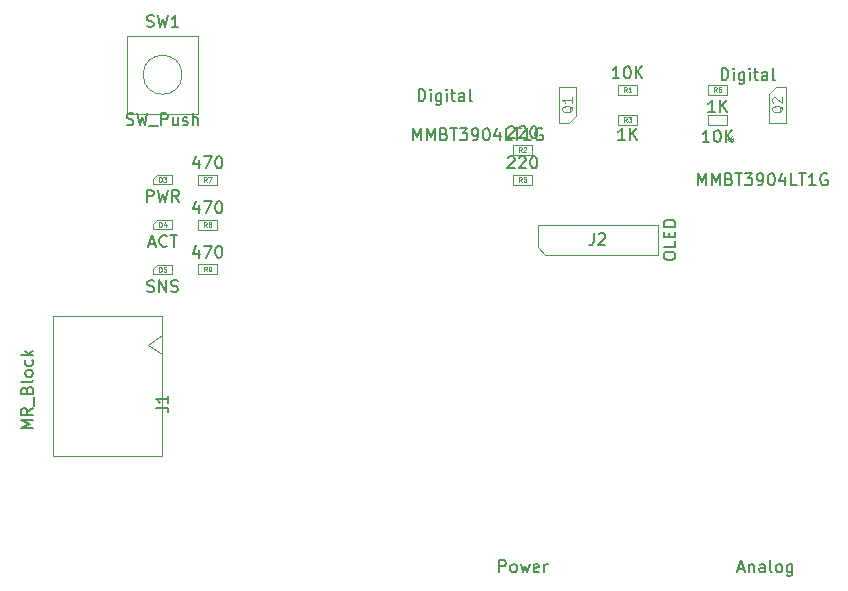
<source format=gbr>
%TF.GenerationSoftware,KiCad,Pcbnew,(5.1.10)-1*%
%TF.CreationDate,2021-10-27T21:18:11-05:00*%
%TF.ProjectId,KVLShield,4b564c53-6869-4656-9c64-2e6b69636164,1.0*%
%TF.SameCoordinates,Original*%
%TF.FileFunction,Other,Fab,Top*%
%FSLAX46Y46*%
G04 Gerber Fmt 4.6, Leading zero omitted, Abs format (unit mm)*
G04 Created by KiCad (PCBNEW (5.1.10)-1) date 2021-10-27 21:18:11*
%MOMM*%
%LPD*%
G01*
G04 APERTURE LIST*
%ADD10C,0.100000*%
%ADD11C,0.150000*%
%ADD12C,0.060000*%
%ADD13C,0.120000*%
G04 APERTURE END LIST*
D10*
%TO.C,SW1*%
X118998000Y-78105000D02*
G75*
G03*
X118998000Y-78105000I-1650000J0D01*
G01*
X114348000Y-74805000D02*
X120348000Y-74805000D01*
X120348000Y-74805000D02*
X120348000Y-81405000D01*
X120348000Y-81405000D02*
X114348000Y-81405000D01*
X114348000Y-81405000D02*
X114348000Y-74805000D01*
%TO.C,R9*%
X121958000Y-94162500D02*
X121958000Y-94987500D01*
X121958000Y-94987500D02*
X120358000Y-94987500D01*
X120358000Y-94987500D02*
X120358000Y-94162500D01*
X120358000Y-94162500D02*
X121958000Y-94162500D01*
%TO.C,D5*%
X118148000Y-94215000D02*
X116848000Y-94215000D01*
X116848000Y-94215000D02*
X116548000Y-94515000D01*
X116548000Y-94515000D02*
X116548000Y-95015000D01*
X116548000Y-95015000D02*
X118148000Y-95015000D01*
X118148000Y-95015000D02*
X118148000Y-94215000D01*
%TO.C,D4*%
X118148000Y-90405000D02*
X116848000Y-90405000D01*
X116848000Y-90405000D02*
X116548000Y-90705000D01*
X116548000Y-90705000D02*
X116548000Y-91205000D01*
X116548000Y-91205000D02*
X118148000Y-91205000D01*
X118148000Y-91205000D02*
X118148000Y-90405000D01*
%TO.C,D3*%
X118148000Y-86595000D02*
X116848000Y-86595000D01*
X116848000Y-86595000D02*
X116548000Y-86895000D01*
X116548000Y-86895000D02*
X116548000Y-87395000D01*
X116548000Y-87395000D02*
X118148000Y-87395000D01*
X118148000Y-87395000D02*
X118148000Y-86595000D01*
%TO.C,J1*%
X117278000Y-98515000D02*
X108078000Y-98515000D01*
X108078000Y-98515000D02*
X108078000Y-110415000D01*
X108078000Y-110415000D02*
X117278000Y-110415000D01*
X117278000Y-110415000D02*
X117278000Y-98515000D01*
X117278000Y-101765000D02*
X116078000Y-100965000D01*
X116078000Y-100965000D02*
X117278000Y-100165000D01*
%TO.C,J2*%
X149098000Y-92710000D02*
X149098000Y-90805000D01*
X149098000Y-90805000D02*
X159258000Y-90805000D01*
X159258000Y-90805000D02*
X159258000Y-93345000D01*
X159258000Y-93345000D02*
X149733000Y-93345000D01*
X149733000Y-93345000D02*
X149098000Y-92710000D01*
%TO.C,Q2*%
X168718000Y-79695000D02*
X168718000Y-82145000D01*
X169268000Y-79125000D02*
X170118000Y-79125000D01*
X168718000Y-79695000D02*
X169268000Y-79125000D01*
X170118000Y-79125000D02*
X170118000Y-82165000D01*
X168718000Y-82165000D02*
X170118000Y-82165000D01*
%TO.C,Q1*%
X152338000Y-81595000D02*
X152338000Y-79145000D01*
X151788000Y-82165000D02*
X150938000Y-82165000D01*
X152338000Y-81595000D02*
X151788000Y-82165000D01*
X150938000Y-82165000D02*
X150938000Y-79125000D01*
X152338000Y-79125000D02*
X150938000Y-79125000D01*
%TO.C,R8*%
X121958000Y-90392500D02*
X121958000Y-91217500D01*
X121958000Y-91217500D02*
X120358000Y-91217500D01*
X120358000Y-91217500D02*
X120358000Y-90392500D01*
X120358000Y-90392500D02*
X121958000Y-90392500D01*
%TO.C,R7*%
X121958000Y-86582500D02*
X121958000Y-87407500D01*
X121958000Y-87407500D02*
X120358000Y-87407500D01*
X120358000Y-87407500D02*
X120358000Y-86582500D01*
X120358000Y-86582500D02*
X121958000Y-86582500D01*
%TO.C,R6*%
X163538000Y-79787500D02*
X163538000Y-78962500D01*
X163538000Y-78962500D02*
X165138000Y-78962500D01*
X165138000Y-78962500D02*
X165138000Y-79787500D01*
X165138000Y-79787500D02*
X163538000Y-79787500D01*
%TO.C,R5*%
X148628000Y-86582500D02*
X148628000Y-87407500D01*
X148628000Y-87407500D02*
X147028000Y-87407500D01*
X147028000Y-87407500D02*
X147028000Y-86582500D01*
X147028000Y-86582500D02*
X148628000Y-86582500D01*
%TO.C,R4*%
X163538000Y-82327500D02*
X163538000Y-81502500D01*
X163538000Y-81502500D02*
X165138000Y-81502500D01*
X165138000Y-81502500D02*
X165138000Y-82327500D01*
X165138000Y-82327500D02*
X163538000Y-82327500D01*
%TO.C,R3*%
X157518000Y-81502500D02*
X157518000Y-82327500D01*
X157518000Y-82327500D02*
X155918000Y-82327500D01*
X155918000Y-82327500D02*
X155918000Y-81502500D01*
X155918000Y-81502500D02*
X157518000Y-81502500D01*
%TO.C,R2*%
X148628000Y-84042500D02*
X148628000Y-84867500D01*
X148628000Y-84867500D02*
X147028000Y-84867500D01*
X147028000Y-84867500D02*
X147028000Y-84042500D01*
X147028000Y-84042500D02*
X148628000Y-84042500D01*
%TO.C,R1*%
X157518000Y-78962500D02*
X157518000Y-79787500D01*
X157518000Y-79787500D02*
X155918000Y-79787500D01*
X155918000Y-79787500D02*
X155918000Y-78962500D01*
X155918000Y-78962500D02*
X157518000Y-78962500D01*
%TD*%
%TO.C,SW1*%
D11*
X114300380Y-82319761D02*
X114443238Y-82367380D01*
X114681333Y-82367380D01*
X114776571Y-82319761D01*
X114824190Y-82272142D01*
X114871809Y-82176904D01*
X114871809Y-82081666D01*
X114824190Y-81986428D01*
X114776571Y-81938809D01*
X114681333Y-81891190D01*
X114490857Y-81843571D01*
X114395619Y-81795952D01*
X114348000Y-81748333D01*
X114300380Y-81653095D01*
X114300380Y-81557857D01*
X114348000Y-81462619D01*
X114395619Y-81415000D01*
X114490857Y-81367380D01*
X114728952Y-81367380D01*
X114871809Y-81415000D01*
X115205142Y-81367380D02*
X115443238Y-82367380D01*
X115633714Y-81653095D01*
X115824190Y-82367380D01*
X116062285Y-81367380D01*
X116205142Y-82462619D02*
X116967047Y-82462619D01*
X117205142Y-82367380D02*
X117205142Y-81367380D01*
X117586095Y-81367380D01*
X117681333Y-81415000D01*
X117728952Y-81462619D01*
X117776571Y-81557857D01*
X117776571Y-81700714D01*
X117728952Y-81795952D01*
X117681333Y-81843571D01*
X117586095Y-81891190D01*
X117205142Y-81891190D01*
X118633714Y-81700714D02*
X118633714Y-82367380D01*
X118205142Y-81700714D02*
X118205142Y-82224523D01*
X118252761Y-82319761D01*
X118348000Y-82367380D01*
X118490857Y-82367380D01*
X118586095Y-82319761D01*
X118633714Y-82272142D01*
X119062285Y-82319761D02*
X119157523Y-82367380D01*
X119348000Y-82367380D01*
X119443238Y-82319761D01*
X119490857Y-82224523D01*
X119490857Y-82176904D01*
X119443238Y-82081666D01*
X119348000Y-82034047D01*
X119205142Y-82034047D01*
X119109904Y-81986428D01*
X119062285Y-81891190D01*
X119062285Y-81843571D01*
X119109904Y-81748333D01*
X119205142Y-81700714D01*
X119348000Y-81700714D01*
X119443238Y-81748333D01*
X119919428Y-82367380D02*
X119919428Y-81367380D01*
X120348000Y-82367380D02*
X120348000Y-81843571D01*
X120300380Y-81748333D01*
X120205142Y-81700714D01*
X120062285Y-81700714D01*
X119967047Y-81748333D01*
X119919428Y-81795952D01*
X116014666Y-74009761D02*
X116157523Y-74057380D01*
X116395619Y-74057380D01*
X116490857Y-74009761D01*
X116538476Y-73962142D01*
X116586095Y-73866904D01*
X116586095Y-73771666D01*
X116538476Y-73676428D01*
X116490857Y-73628809D01*
X116395619Y-73581190D01*
X116205142Y-73533571D01*
X116109904Y-73485952D01*
X116062285Y-73438333D01*
X116014666Y-73343095D01*
X116014666Y-73247857D01*
X116062285Y-73152619D01*
X116109904Y-73105000D01*
X116205142Y-73057380D01*
X116443238Y-73057380D01*
X116586095Y-73105000D01*
X116919428Y-73057380D02*
X117157523Y-74057380D01*
X117348000Y-73343095D01*
X117538476Y-74057380D01*
X117776571Y-73057380D01*
X118681333Y-74057380D02*
X118109904Y-74057380D01*
X118395619Y-74057380D02*
X118395619Y-73057380D01*
X118300380Y-73200238D01*
X118205142Y-73295476D01*
X118109904Y-73343095D01*
%TO.C,R9*%
X120396095Y-92930714D02*
X120396095Y-93597380D01*
X120158000Y-92549761D02*
X119919904Y-93264047D01*
X120538952Y-93264047D01*
X120824666Y-92597380D02*
X121491333Y-92597380D01*
X121062761Y-93597380D01*
X122062761Y-92597380D02*
X122158000Y-92597380D01*
X122253238Y-92645000D01*
X122300857Y-92692619D01*
X122348476Y-92787857D01*
X122396095Y-92978333D01*
X122396095Y-93216428D01*
X122348476Y-93406904D01*
X122300857Y-93502142D01*
X122253238Y-93549761D01*
X122158000Y-93597380D01*
X122062761Y-93597380D01*
X121967523Y-93549761D01*
X121919904Y-93502142D01*
X121872285Y-93406904D01*
X121824666Y-93216428D01*
X121824666Y-92978333D01*
X121872285Y-92787857D01*
X121919904Y-92692619D01*
X121967523Y-92645000D01*
X122062761Y-92597380D01*
D12*
X121091333Y-94755952D02*
X120958000Y-94565476D01*
X120862761Y-94755952D02*
X120862761Y-94355952D01*
X121015142Y-94355952D01*
X121053238Y-94375000D01*
X121072285Y-94394047D01*
X121091333Y-94432142D01*
X121091333Y-94489285D01*
X121072285Y-94527380D01*
X121053238Y-94546428D01*
X121015142Y-94565476D01*
X120862761Y-94565476D01*
X121281809Y-94755952D02*
X121358000Y-94755952D01*
X121396095Y-94736904D01*
X121415142Y-94717857D01*
X121453238Y-94660714D01*
X121472285Y-94584523D01*
X121472285Y-94432142D01*
X121453238Y-94394047D01*
X121434190Y-94375000D01*
X121396095Y-94355952D01*
X121319904Y-94355952D01*
X121281809Y-94375000D01*
X121262761Y-94394047D01*
X121243714Y-94432142D01*
X121243714Y-94527380D01*
X121262761Y-94565476D01*
X121281809Y-94584523D01*
X121319904Y-94603571D01*
X121396095Y-94603571D01*
X121434190Y-94584523D01*
X121453238Y-94565476D01*
X121472285Y-94527380D01*
%TO.C,D5*%
D11*
X116062285Y-96449761D02*
X116205142Y-96497380D01*
X116443238Y-96497380D01*
X116538476Y-96449761D01*
X116586095Y-96402142D01*
X116633714Y-96306904D01*
X116633714Y-96211666D01*
X116586095Y-96116428D01*
X116538476Y-96068809D01*
X116443238Y-96021190D01*
X116252761Y-95973571D01*
X116157523Y-95925952D01*
X116109904Y-95878333D01*
X116062285Y-95783095D01*
X116062285Y-95687857D01*
X116109904Y-95592619D01*
X116157523Y-95545000D01*
X116252761Y-95497380D01*
X116490857Y-95497380D01*
X116633714Y-95545000D01*
X117062285Y-96497380D02*
X117062285Y-95497380D01*
X117633714Y-96497380D01*
X117633714Y-95497380D01*
X118062285Y-96449761D02*
X118205142Y-96497380D01*
X118443238Y-96497380D01*
X118538476Y-96449761D01*
X118586095Y-96402142D01*
X118633714Y-96306904D01*
X118633714Y-96211666D01*
X118586095Y-96116428D01*
X118538476Y-96068809D01*
X118443238Y-96021190D01*
X118252761Y-95973571D01*
X118157523Y-95925952D01*
X118109904Y-95878333D01*
X118062285Y-95783095D01*
X118062285Y-95687857D01*
X118109904Y-95592619D01*
X118157523Y-95545000D01*
X118252761Y-95497380D01*
X118490857Y-95497380D01*
X118633714Y-95545000D01*
D12*
X117052761Y-94795952D02*
X117052761Y-94395952D01*
X117148000Y-94395952D01*
X117205142Y-94415000D01*
X117243238Y-94453095D01*
X117262285Y-94491190D01*
X117281333Y-94567380D01*
X117281333Y-94624523D01*
X117262285Y-94700714D01*
X117243238Y-94738809D01*
X117205142Y-94776904D01*
X117148000Y-94795952D01*
X117052761Y-94795952D01*
X117643238Y-94395952D02*
X117452761Y-94395952D01*
X117433714Y-94586428D01*
X117452761Y-94567380D01*
X117490857Y-94548333D01*
X117586095Y-94548333D01*
X117624190Y-94567380D01*
X117643238Y-94586428D01*
X117662285Y-94624523D01*
X117662285Y-94719761D01*
X117643238Y-94757857D01*
X117624190Y-94776904D01*
X117586095Y-94795952D01*
X117490857Y-94795952D01*
X117452761Y-94776904D01*
X117433714Y-94757857D01*
%TO.C,D4*%
D11*
X116228952Y-92401666D02*
X116705142Y-92401666D01*
X116133714Y-92687380D02*
X116467047Y-91687380D01*
X116800380Y-92687380D01*
X117705142Y-92592142D02*
X117657523Y-92639761D01*
X117514666Y-92687380D01*
X117419428Y-92687380D01*
X117276571Y-92639761D01*
X117181333Y-92544523D01*
X117133714Y-92449285D01*
X117086095Y-92258809D01*
X117086095Y-92115952D01*
X117133714Y-91925476D01*
X117181333Y-91830238D01*
X117276571Y-91735000D01*
X117419428Y-91687380D01*
X117514666Y-91687380D01*
X117657523Y-91735000D01*
X117705142Y-91782619D01*
X117990857Y-91687380D02*
X118562285Y-91687380D01*
X118276571Y-92687380D02*
X118276571Y-91687380D01*
D12*
X117052761Y-90985952D02*
X117052761Y-90585952D01*
X117148000Y-90585952D01*
X117205142Y-90605000D01*
X117243238Y-90643095D01*
X117262285Y-90681190D01*
X117281333Y-90757380D01*
X117281333Y-90814523D01*
X117262285Y-90890714D01*
X117243238Y-90928809D01*
X117205142Y-90966904D01*
X117148000Y-90985952D01*
X117052761Y-90985952D01*
X117624190Y-90719285D02*
X117624190Y-90985952D01*
X117528952Y-90566904D02*
X117433714Y-90852619D01*
X117681333Y-90852619D01*
%TO.C,D3*%
D11*
X116014666Y-88877380D02*
X116014666Y-87877380D01*
X116395619Y-87877380D01*
X116490857Y-87925000D01*
X116538476Y-87972619D01*
X116586095Y-88067857D01*
X116586095Y-88210714D01*
X116538476Y-88305952D01*
X116490857Y-88353571D01*
X116395619Y-88401190D01*
X116014666Y-88401190D01*
X116919428Y-87877380D02*
X117157523Y-88877380D01*
X117348000Y-88163095D01*
X117538476Y-88877380D01*
X117776571Y-87877380D01*
X118728952Y-88877380D02*
X118395619Y-88401190D01*
X118157523Y-88877380D02*
X118157523Y-87877380D01*
X118538476Y-87877380D01*
X118633714Y-87925000D01*
X118681333Y-87972619D01*
X118728952Y-88067857D01*
X118728952Y-88210714D01*
X118681333Y-88305952D01*
X118633714Y-88353571D01*
X118538476Y-88401190D01*
X118157523Y-88401190D01*
D12*
X117052761Y-87175952D02*
X117052761Y-86775952D01*
X117148000Y-86775952D01*
X117205142Y-86795000D01*
X117243238Y-86833095D01*
X117262285Y-86871190D01*
X117281333Y-86947380D01*
X117281333Y-87004523D01*
X117262285Y-87080714D01*
X117243238Y-87118809D01*
X117205142Y-87156904D01*
X117148000Y-87175952D01*
X117052761Y-87175952D01*
X117414666Y-86775952D02*
X117662285Y-86775952D01*
X117528952Y-86928333D01*
X117586095Y-86928333D01*
X117624190Y-86947380D01*
X117643238Y-86966428D01*
X117662285Y-87004523D01*
X117662285Y-87099761D01*
X117643238Y-87137857D01*
X117624190Y-87156904D01*
X117586095Y-87175952D01*
X117471809Y-87175952D01*
X117433714Y-87156904D01*
X117414666Y-87137857D01*
%TO.C,J1*%
D11*
X106370380Y-108036904D02*
X105370380Y-108036904D01*
X106084666Y-107703571D01*
X105370380Y-107370238D01*
X106370380Y-107370238D01*
X106370380Y-106322619D02*
X105894190Y-106655952D01*
X106370380Y-106894047D02*
X105370380Y-106894047D01*
X105370380Y-106513095D01*
X105418000Y-106417857D01*
X105465619Y-106370238D01*
X105560857Y-106322619D01*
X105703714Y-106322619D01*
X105798952Y-106370238D01*
X105846571Y-106417857D01*
X105894190Y-106513095D01*
X105894190Y-106894047D01*
X106465619Y-106132142D02*
X106465619Y-105370238D01*
X105846571Y-104798809D02*
X105894190Y-104655952D01*
X105941809Y-104608333D01*
X106037047Y-104560714D01*
X106179904Y-104560714D01*
X106275142Y-104608333D01*
X106322761Y-104655952D01*
X106370380Y-104751190D01*
X106370380Y-105132142D01*
X105370380Y-105132142D01*
X105370380Y-104798809D01*
X105418000Y-104703571D01*
X105465619Y-104655952D01*
X105560857Y-104608333D01*
X105656095Y-104608333D01*
X105751333Y-104655952D01*
X105798952Y-104703571D01*
X105846571Y-104798809D01*
X105846571Y-105132142D01*
X106370380Y-103989285D02*
X106322761Y-104084523D01*
X106227523Y-104132142D01*
X105370380Y-104132142D01*
X106370380Y-103465476D02*
X106322761Y-103560714D01*
X106275142Y-103608333D01*
X106179904Y-103655952D01*
X105894190Y-103655952D01*
X105798952Y-103608333D01*
X105751333Y-103560714D01*
X105703714Y-103465476D01*
X105703714Y-103322619D01*
X105751333Y-103227380D01*
X105798952Y-103179761D01*
X105894190Y-103132142D01*
X106179904Y-103132142D01*
X106275142Y-103179761D01*
X106322761Y-103227380D01*
X106370380Y-103322619D01*
X106370380Y-103465476D01*
X106322761Y-102275000D02*
X106370380Y-102370238D01*
X106370380Y-102560714D01*
X106322761Y-102655952D01*
X106275142Y-102703571D01*
X106179904Y-102751190D01*
X105894190Y-102751190D01*
X105798952Y-102703571D01*
X105751333Y-102655952D01*
X105703714Y-102560714D01*
X105703714Y-102370238D01*
X105751333Y-102275000D01*
X106370380Y-101846428D02*
X105370380Y-101846428D01*
X105989428Y-101751190D02*
X106370380Y-101465476D01*
X105703714Y-101465476D02*
X106084666Y-101846428D01*
X116830380Y-106298333D02*
X117544666Y-106298333D01*
X117687523Y-106345952D01*
X117782761Y-106441190D01*
X117830380Y-106584047D01*
X117830380Y-106679285D01*
X117830380Y-105298333D02*
X117830380Y-105869761D01*
X117830380Y-105584047D02*
X116830380Y-105584047D01*
X116973238Y-105679285D01*
X117068476Y-105774523D01*
X117116095Y-105869761D01*
%TO.C,J2*%
X159770380Y-93527380D02*
X159770380Y-93336904D01*
X159818000Y-93241666D01*
X159913238Y-93146428D01*
X160103714Y-93098809D01*
X160437047Y-93098809D01*
X160627523Y-93146428D01*
X160722761Y-93241666D01*
X160770380Y-93336904D01*
X160770380Y-93527380D01*
X160722761Y-93622619D01*
X160627523Y-93717857D01*
X160437047Y-93765476D01*
X160103714Y-93765476D01*
X159913238Y-93717857D01*
X159818000Y-93622619D01*
X159770380Y-93527380D01*
X160770380Y-92194047D02*
X160770380Y-92670238D01*
X159770380Y-92670238D01*
X160246571Y-91860714D02*
X160246571Y-91527380D01*
X160770380Y-91384523D02*
X160770380Y-91860714D01*
X159770380Y-91860714D01*
X159770380Y-91384523D01*
X160770380Y-90955952D02*
X159770380Y-90955952D01*
X159770380Y-90717857D01*
X159818000Y-90575000D01*
X159913238Y-90479761D01*
X160008476Y-90432142D01*
X160198952Y-90384523D01*
X160341809Y-90384523D01*
X160532285Y-90432142D01*
X160627523Y-90479761D01*
X160722761Y-90575000D01*
X160770380Y-90717857D01*
X160770380Y-90955952D01*
X153844666Y-91527380D02*
X153844666Y-92241666D01*
X153797047Y-92384523D01*
X153701809Y-92479761D01*
X153558952Y-92527380D01*
X153463714Y-92527380D01*
X154273238Y-91622619D02*
X154320857Y-91575000D01*
X154416095Y-91527380D01*
X154654190Y-91527380D01*
X154749428Y-91575000D01*
X154797047Y-91622619D01*
X154844666Y-91717857D01*
X154844666Y-91813095D01*
X154797047Y-91955952D01*
X154225619Y-92527380D01*
X154844666Y-92527380D01*
%TO.C,Q2*%
X162695619Y-87447380D02*
X162695619Y-86447380D01*
X163028952Y-87161666D01*
X163362285Y-86447380D01*
X163362285Y-87447380D01*
X163838476Y-87447380D02*
X163838476Y-86447380D01*
X164171809Y-87161666D01*
X164505142Y-86447380D01*
X164505142Y-87447380D01*
X165314666Y-86923571D02*
X165457523Y-86971190D01*
X165505142Y-87018809D01*
X165552761Y-87114047D01*
X165552761Y-87256904D01*
X165505142Y-87352142D01*
X165457523Y-87399761D01*
X165362285Y-87447380D01*
X164981333Y-87447380D01*
X164981333Y-86447380D01*
X165314666Y-86447380D01*
X165409904Y-86495000D01*
X165457523Y-86542619D01*
X165505142Y-86637857D01*
X165505142Y-86733095D01*
X165457523Y-86828333D01*
X165409904Y-86875952D01*
X165314666Y-86923571D01*
X164981333Y-86923571D01*
X165838476Y-86447380D02*
X166409904Y-86447380D01*
X166124190Y-87447380D02*
X166124190Y-86447380D01*
X166648000Y-86447380D02*
X167267047Y-86447380D01*
X166933714Y-86828333D01*
X167076571Y-86828333D01*
X167171809Y-86875952D01*
X167219428Y-86923571D01*
X167267047Y-87018809D01*
X167267047Y-87256904D01*
X167219428Y-87352142D01*
X167171809Y-87399761D01*
X167076571Y-87447380D01*
X166790857Y-87447380D01*
X166695619Y-87399761D01*
X166648000Y-87352142D01*
X167743238Y-87447380D02*
X167933714Y-87447380D01*
X168028952Y-87399761D01*
X168076571Y-87352142D01*
X168171809Y-87209285D01*
X168219428Y-87018809D01*
X168219428Y-86637857D01*
X168171809Y-86542619D01*
X168124190Y-86495000D01*
X168028952Y-86447380D01*
X167838476Y-86447380D01*
X167743238Y-86495000D01*
X167695619Y-86542619D01*
X167648000Y-86637857D01*
X167648000Y-86875952D01*
X167695619Y-86971190D01*
X167743238Y-87018809D01*
X167838476Y-87066428D01*
X168028952Y-87066428D01*
X168124190Y-87018809D01*
X168171809Y-86971190D01*
X168219428Y-86875952D01*
X168838476Y-86447380D02*
X168933714Y-86447380D01*
X169028952Y-86495000D01*
X169076571Y-86542619D01*
X169124190Y-86637857D01*
X169171809Y-86828333D01*
X169171809Y-87066428D01*
X169124190Y-87256904D01*
X169076571Y-87352142D01*
X169028952Y-87399761D01*
X168933714Y-87447380D01*
X168838476Y-87447380D01*
X168743238Y-87399761D01*
X168695619Y-87352142D01*
X168648000Y-87256904D01*
X168600380Y-87066428D01*
X168600380Y-86828333D01*
X168648000Y-86637857D01*
X168695619Y-86542619D01*
X168743238Y-86495000D01*
X168838476Y-86447380D01*
X170028952Y-86780714D02*
X170028952Y-87447380D01*
X169790857Y-86399761D02*
X169552761Y-87114047D01*
X170171809Y-87114047D01*
X171028952Y-87447380D02*
X170552761Y-87447380D01*
X170552761Y-86447380D01*
X171219428Y-86447380D02*
X171790857Y-86447380D01*
X171505142Y-87447380D02*
X171505142Y-86447380D01*
X172648000Y-87447380D02*
X172076571Y-87447380D01*
X172362285Y-87447380D02*
X172362285Y-86447380D01*
X172267047Y-86590238D01*
X172171809Y-86685476D01*
X172076571Y-86733095D01*
X173600380Y-86495000D02*
X173505142Y-86447380D01*
X173362285Y-86447380D01*
X173219428Y-86495000D01*
X173124190Y-86590238D01*
X173076571Y-86685476D01*
X173028952Y-86875952D01*
X173028952Y-87018809D01*
X173076571Y-87209285D01*
X173124190Y-87304523D01*
X173219428Y-87399761D01*
X173362285Y-87447380D01*
X173457523Y-87447380D01*
X173600380Y-87399761D01*
X173648000Y-87352142D01*
X173648000Y-87018809D01*
X173457523Y-87018809D01*
D13*
X169856095Y-80721190D02*
X169818000Y-80797380D01*
X169741809Y-80873571D01*
X169627523Y-80987857D01*
X169589428Y-81064047D01*
X169589428Y-81140238D01*
X169779904Y-81102142D02*
X169741809Y-81178333D01*
X169665619Y-81254523D01*
X169513238Y-81292619D01*
X169246571Y-81292619D01*
X169094190Y-81254523D01*
X169018000Y-81178333D01*
X168979904Y-81102142D01*
X168979904Y-80949761D01*
X169018000Y-80873571D01*
X169094190Y-80797380D01*
X169246571Y-80759285D01*
X169513238Y-80759285D01*
X169665619Y-80797380D01*
X169741809Y-80873571D01*
X169779904Y-80949761D01*
X169779904Y-81102142D01*
X169056095Y-80454523D02*
X169018000Y-80416428D01*
X168979904Y-80340238D01*
X168979904Y-80149761D01*
X169018000Y-80073571D01*
X169056095Y-80035476D01*
X169132285Y-79997380D01*
X169208476Y-79997380D01*
X169322761Y-80035476D01*
X169779904Y-80492619D01*
X169779904Y-79997380D01*
%TO.C,Q1*%
D11*
X138565619Y-83637380D02*
X138565619Y-82637380D01*
X138898952Y-83351666D01*
X139232285Y-82637380D01*
X139232285Y-83637380D01*
X139708476Y-83637380D02*
X139708476Y-82637380D01*
X140041809Y-83351666D01*
X140375142Y-82637380D01*
X140375142Y-83637380D01*
X141184666Y-83113571D02*
X141327523Y-83161190D01*
X141375142Y-83208809D01*
X141422761Y-83304047D01*
X141422761Y-83446904D01*
X141375142Y-83542142D01*
X141327523Y-83589761D01*
X141232285Y-83637380D01*
X140851333Y-83637380D01*
X140851333Y-82637380D01*
X141184666Y-82637380D01*
X141279904Y-82685000D01*
X141327523Y-82732619D01*
X141375142Y-82827857D01*
X141375142Y-82923095D01*
X141327523Y-83018333D01*
X141279904Y-83065952D01*
X141184666Y-83113571D01*
X140851333Y-83113571D01*
X141708476Y-82637380D02*
X142279904Y-82637380D01*
X141994190Y-83637380D02*
X141994190Y-82637380D01*
X142518000Y-82637380D02*
X143137047Y-82637380D01*
X142803714Y-83018333D01*
X142946571Y-83018333D01*
X143041809Y-83065952D01*
X143089428Y-83113571D01*
X143137047Y-83208809D01*
X143137047Y-83446904D01*
X143089428Y-83542142D01*
X143041809Y-83589761D01*
X142946571Y-83637380D01*
X142660857Y-83637380D01*
X142565619Y-83589761D01*
X142518000Y-83542142D01*
X143613238Y-83637380D02*
X143803714Y-83637380D01*
X143898952Y-83589761D01*
X143946571Y-83542142D01*
X144041809Y-83399285D01*
X144089428Y-83208809D01*
X144089428Y-82827857D01*
X144041809Y-82732619D01*
X143994190Y-82685000D01*
X143898952Y-82637380D01*
X143708476Y-82637380D01*
X143613238Y-82685000D01*
X143565619Y-82732619D01*
X143518000Y-82827857D01*
X143518000Y-83065952D01*
X143565619Y-83161190D01*
X143613238Y-83208809D01*
X143708476Y-83256428D01*
X143898952Y-83256428D01*
X143994190Y-83208809D01*
X144041809Y-83161190D01*
X144089428Y-83065952D01*
X144708476Y-82637380D02*
X144803714Y-82637380D01*
X144898952Y-82685000D01*
X144946571Y-82732619D01*
X144994190Y-82827857D01*
X145041809Y-83018333D01*
X145041809Y-83256428D01*
X144994190Y-83446904D01*
X144946571Y-83542142D01*
X144898952Y-83589761D01*
X144803714Y-83637380D01*
X144708476Y-83637380D01*
X144613238Y-83589761D01*
X144565619Y-83542142D01*
X144518000Y-83446904D01*
X144470380Y-83256428D01*
X144470380Y-83018333D01*
X144518000Y-82827857D01*
X144565619Y-82732619D01*
X144613238Y-82685000D01*
X144708476Y-82637380D01*
X145898952Y-82970714D02*
X145898952Y-83637380D01*
X145660857Y-82589761D02*
X145422761Y-83304047D01*
X146041809Y-83304047D01*
X146898952Y-83637380D02*
X146422761Y-83637380D01*
X146422761Y-82637380D01*
X147089428Y-82637380D02*
X147660857Y-82637380D01*
X147375142Y-83637380D02*
X147375142Y-82637380D01*
X148518000Y-83637380D02*
X147946571Y-83637380D01*
X148232285Y-83637380D02*
X148232285Y-82637380D01*
X148137047Y-82780238D01*
X148041809Y-82875476D01*
X147946571Y-82923095D01*
X149470380Y-82685000D02*
X149375142Y-82637380D01*
X149232285Y-82637380D01*
X149089428Y-82685000D01*
X148994190Y-82780238D01*
X148946571Y-82875476D01*
X148898952Y-83065952D01*
X148898952Y-83208809D01*
X148946571Y-83399285D01*
X148994190Y-83494523D01*
X149089428Y-83589761D01*
X149232285Y-83637380D01*
X149327523Y-83637380D01*
X149470380Y-83589761D01*
X149518000Y-83542142D01*
X149518000Y-83208809D01*
X149327523Y-83208809D01*
D13*
X152076095Y-80721190D02*
X152038000Y-80797380D01*
X151961809Y-80873571D01*
X151847523Y-80987857D01*
X151809428Y-81064047D01*
X151809428Y-81140238D01*
X151999904Y-81102142D02*
X151961809Y-81178333D01*
X151885619Y-81254523D01*
X151733238Y-81292619D01*
X151466571Y-81292619D01*
X151314190Y-81254523D01*
X151238000Y-81178333D01*
X151199904Y-81102142D01*
X151199904Y-80949761D01*
X151238000Y-80873571D01*
X151314190Y-80797380D01*
X151466571Y-80759285D01*
X151733238Y-80759285D01*
X151885619Y-80797380D01*
X151961809Y-80873571D01*
X151999904Y-80949761D01*
X151999904Y-81102142D01*
X151999904Y-79997380D02*
X151999904Y-80454523D01*
X151999904Y-80225952D02*
X151199904Y-80225952D01*
X151314190Y-80302142D01*
X151390380Y-80378333D01*
X151428476Y-80454523D01*
%TO.C,R8*%
D11*
X120396095Y-89160714D02*
X120396095Y-89827380D01*
X120158000Y-88779761D02*
X119919904Y-89494047D01*
X120538952Y-89494047D01*
X120824666Y-88827380D02*
X121491333Y-88827380D01*
X121062761Y-89827380D01*
X122062761Y-88827380D02*
X122158000Y-88827380D01*
X122253238Y-88875000D01*
X122300857Y-88922619D01*
X122348476Y-89017857D01*
X122396095Y-89208333D01*
X122396095Y-89446428D01*
X122348476Y-89636904D01*
X122300857Y-89732142D01*
X122253238Y-89779761D01*
X122158000Y-89827380D01*
X122062761Y-89827380D01*
X121967523Y-89779761D01*
X121919904Y-89732142D01*
X121872285Y-89636904D01*
X121824666Y-89446428D01*
X121824666Y-89208333D01*
X121872285Y-89017857D01*
X121919904Y-88922619D01*
X121967523Y-88875000D01*
X122062761Y-88827380D01*
D12*
X121091333Y-90985952D02*
X120958000Y-90795476D01*
X120862761Y-90985952D02*
X120862761Y-90585952D01*
X121015142Y-90585952D01*
X121053238Y-90605000D01*
X121072285Y-90624047D01*
X121091333Y-90662142D01*
X121091333Y-90719285D01*
X121072285Y-90757380D01*
X121053238Y-90776428D01*
X121015142Y-90795476D01*
X120862761Y-90795476D01*
X121319904Y-90757380D02*
X121281809Y-90738333D01*
X121262761Y-90719285D01*
X121243714Y-90681190D01*
X121243714Y-90662142D01*
X121262761Y-90624047D01*
X121281809Y-90605000D01*
X121319904Y-90585952D01*
X121396095Y-90585952D01*
X121434190Y-90605000D01*
X121453238Y-90624047D01*
X121472285Y-90662142D01*
X121472285Y-90681190D01*
X121453238Y-90719285D01*
X121434190Y-90738333D01*
X121396095Y-90757380D01*
X121319904Y-90757380D01*
X121281809Y-90776428D01*
X121262761Y-90795476D01*
X121243714Y-90833571D01*
X121243714Y-90909761D01*
X121262761Y-90947857D01*
X121281809Y-90966904D01*
X121319904Y-90985952D01*
X121396095Y-90985952D01*
X121434190Y-90966904D01*
X121453238Y-90947857D01*
X121472285Y-90909761D01*
X121472285Y-90833571D01*
X121453238Y-90795476D01*
X121434190Y-90776428D01*
X121396095Y-90757380D01*
%TO.C,R7*%
D11*
X120396095Y-85350714D02*
X120396095Y-86017380D01*
X120158000Y-84969761D02*
X119919904Y-85684047D01*
X120538952Y-85684047D01*
X120824666Y-85017380D02*
X121491333Y-85017380D01*
X121062761Y-86017380D01*
X122062761Y-85017380D02*
X122158000Y-85017380D01*
X122253238Y-85065000D01*
X122300857Y-85112619D01*
X122348476Y-85207857D01*
X122396095Y-85398333D01*
X122396095Y-85636428D01*
X122348476Y-85826904D01*
X122300857Y-85922142D01*
X122253238Y-85969761D01*
X122158000Y-86017380D01*
X122062761Y-86017380D01*
X121967523Y-85969761D01*
X121919904Y-85922142D01*
X121872285Y-85826904D01*
X121824666Y-85636428D01*
X121824666Y-85398333D01*
X121872285Y-85207857D01*
X121919904Y-85112619D01*
X121967523Y-85065000D01*
X122062761Y-85017380D01*
D12*
X121091333Y-87175952D02*
X120958000Y-86985476D01*
X120862761Y-87175952D02*
X120862761Y-86775952D01*
X121015142Y-86775952D01*
X121053238Y-86795000D01*
X121072285Y-86814047D01*
X121091333Y-86852142D01*
X121091333Y-86909285D01*
X121072285Y-86947380D01*
X121053238Y-86966428D01*
X121015142Y-86985476D01*
X120862761Y-86985476D01*
X121224666Y-86775952D02*
X121491333Y-86775952D01*
X121319904Y-87175952D01*
%TO.C,R6*%
D11*
X164123714Y-81257380D02*
X163552285Y-81257380D01*
X163838000Y-81257380D02*
X163838000Y-80257380D01*
X163742761Y-80400238D01*
X163647523Y-80495476D01*
X163552285Y-80543095D01*
X164552285Y-81257380D02*
X164552285Y-80257380D01*
X165123714Y-81257380D02*
X164695142Y-80685952D01*
X165123714Y-80257380D02*
X164552285Y-80828809D01*
D12*
X164271333Y-79555952D02*
X164138000Y-79365476D01*
X164042761Y-79555952D02*
X164042761Y-79155952D01*
X164195142Y-79155952D01*
X164233238Y-79175000D01*
X164252285Y-79194047D01*
X164271333Y-79232142D01*
X164271333Y-79289285D01*
X164252285Y-79327380D01*
X164233238Y-79346428D01*
X164195142Y-79365476D01*
X164042761Y-79365476D01*
X164614190Y-79155952D02*
X164538000Y-79155952D01*
X164499904Y-79175000D01*
X164480857Y-79194047D01*
X164442761Y-79251190D01*
X164423714Y-79327380D01*
X164423714Y-79479761D01*
X164442761Y-79517857D01*
X164461809Y-79536904D01*
X164499904Y-79555952D01*
X164576095Y-79555952D01*
X164614190Y-79536904D01*
X164633238Y-79517857D01*
X164652285Y-79479761D01*
X164652285Y-79384523D01*
X164633238Y-79346428D01*
X164614190Y-79327380D01*
X164576095Y-79308333D01*
X164499904Y-79308333D01*
X164461809Y-79327380D01*
X164442761Y-79346428D01*
X164423714Y-79384523D01*
%TO.C,R5*%
D11*
X146589904Y-85112619D02*
X146637523Y-85065000D01*
X146732761Y-85017380D01*
X146970857Y-85017380D01*
X147066095Y-85065000D01*
X147113714Y-85112619D01*
X147161333Y-85207857D01*
X147161333Y-85303095D01*
X147113714Y-85445952D01*
X146542285Y-86017380D01*
X147161333Y-86017380D01*
X147542285Y-85112619D02*
X147589904Y-85065000D01*
X147685142Y-85017380D01*
X147923238Y-85017380D01*
X148018476Y-85065000D01*
X148066095Y-85112619D01*
X148113714Y-85207857D01*
X148113714Y-85303095D01*
X148066095Y-85445952D01*
X147494666Y-86017380D01*
X148113714Y-86017380D01*
X148732761Y-85017380D02*
X148828000Y-85017380D01*
X148923238Y-85065000D01*
X148970857Y-85112619D01*
X149018476Y-85207857D01*
X149066095Y-85398333D01*
X149066095Y-85636428D01*
X149018476Y-85826904D01*
X148970857Y-85922142D01*
X148923238Y-85969761D01*
X148828000Y-86017380D01*
X148732761Y-86017380D01*
X148637523Y-85969761D01*
X148589904Y-85922142D01*
X148542285Y-85826904D01*
X148494666Y-85636428D01*
X148494666Y-85398333D01*
X148542285Y-85207857D01*
X148589904Y-85112619D01*
X148637523Y-85065000D01*
X148732761Y-85017380D01*
D12*
X147761333Y-87175952D02*
X147628000Y-86985476D01*
X147532761Y-87175952D02*
X147532761Y-86775952D01*
X147685142Y-86775952D01*
X147723238Y-86795000D01*
X147742285Y-86814047D01*
X147761333Y-86852142D01*
X147761333Y-86909285D01*
X147742285Y-86947380D01*
X147723238Y-86966428D01*
X147685142Y-86985476D01*
X147532761Y-86985476D01*
X148123238Y-86775952D02*
X147932761Y-86775952D01*
X147913714Y-86966428D01*
X147932761Y-86947380D01*
X147970857Y-86928333D01*
X148066095Y-86928333D01*
X148104190Y-86947380D01*
X148123238Y-86966428D01*
X148142285Y-87004523D01*
X148142285Y-87099761D01*
X148123238Y-87137857D01*
X148104190Y-87156904D01*
X148066095Y-87175952D01*
X147970857Y-87175952D01*
X147932761Y-87156904D01*
X147913714Y-87137857D01*
%TO.C,R4*%
D11*
X163647523Y-83797380D02*
X163076095Y-83797380D01*
X163361809Y-83797380D02*
X163361809Y-82797380D01*
X163266571Y-82940238D01*
X163171333Y-83035476D01*
X163076095Y-83083095D01*
X164266571Y-82797380D02*
X164361809Y-82797380D01*
X164457047Y-82845000D01*
X164504666Y-82892619D01*
X164552285Y-82987857D01*
X164599904Y-83178333D01*
X164599904Y-83416428D01*
X164552285Y-83606904D01*
X164504666Y-83702142D01*
X164457047Y-83749761D01*
X164361809Y-83797380D01*
X164266571Y-83797380D01*
X164171333Y-83749761D01*
X164123714Y-83702142D01*
X164076095Y-83606904D01*
X164028476Y-83416428D01*
X164028476Y-83178333D01*
X164076095Y-82987857D01*
X164123714Y-82892619D01*
X164171333Y-82845000D01*
X164266571Y-82797380D01*
X165028476Y-83797380D02*
X165028476Y-82797380D01*
X165599904Y-83797380D02*
X165171333Y-83225952D01*
X165599904Y-82797380D02*
X165028476Y-83368809D01*
D12*
X165271333Y-83695952D02*
X165138000Y-83505476D01*
X165042761Y-83695952D02*
X165042761Y-83295952D01*
X165195142Y-83295952D01*
X165233238Y-83315000D01*
X165252285Y-83334047D01*
X165271333Y-83372142D01*
X165271333Y-83429285D01*
X165252285Y-83467380D01*
X165233238Y-83486428D01*
X165195142Y-83505476D01*
X165042761Y-83505476D01*
X165614190Y-83429285D02*
X165614190Y-83695952D01*
X165518952Y-83276904D02*
X165423714Y-83562619D01*
X165671333Y-83562619D01*
%TO.C,R3*%
D11*
X156503714Y-83637380D02*
X155932285Y-83637380D01*
X156218000Y-83637380D02*
X156218000Y-82637380D01*
X156122761Y-82780238D01*
X156027523Y-82875476D01*
X155932285Y-82923095D01*
X156932285Y-83637380D02*
X156932285Y-82637380D01*
X157503714Y-83637380D02*
X157075142Y-83065952D01*
X157503714Y-82637380D02*
X156932285Y-83208809D01*
D12*
X156651333Y-82095952D02*
X156518000Y-81905476D01*
X156422761Y-82095952D02*
X156422761Y-81695952D01*
X156575142Y-81695952D01*
X156613238Y-81715000D01*
X156632285Y-81734047D01*
X156651333Y-81772142D01*
X156651333Y-81829285D01*
X156632285Y-81867380D01*
X156613238Y-81886428D01*
X156575142Y-81905476D01*
X156422761Y-81905476D01*
X156784666Y-81695952D02*
X157032285Y-81695952D01*
X156898952Y-81848333D01*
X156956095Y-81848333D01*
X156994190Y-81867380D01*
X157013238Y-81886428D01*
X157032285Y-81924523D01*
X157032285Y-82019761D01*
X157013238Y-82057857D01*
X156994190Y-82076904D01*
X156956095Y-82095952D01*
X156841809Y-82095952D01*
X156803714Y-82076904D01*
X156784666Y-82057857D01*
%TO.C,R2*%
D11*
X146589904Y-82572619D02*
X146637523Y-82525000D01*
X146732761Y-82477380D01*
X146970857Y-82477380D01*
X147066095Y-82525000D01*
X147113714Y-82572619D01*
X147161333Y-82667857D01*
X147161333Y-82763095D01*
X147113714Y-82905952D01*
X146542285Y-83477380D01*
X147161333Y-83477380D01*
X147542285Y-82572619D02*
X147589904Y-82525000D01*
X147685142Y-82477380D01*
X147923238Y-82477380D01*
X148018476Y-82525000D01*
X148066095Y-82572619D01*
X148113714Y-82667857D01*
X148113714Y-82763095D01*
X148066095Y-82905952D01*
X147494666Y-83477380D01*
X148113714Y-83477380D01*
X148732761Y-82477380D02*
X148828000Y-82477380D01*
X148923238Y-82525000D01*
X148970857Y-82572619D01*
X149018476Y-82667857D01*
X149066095Y-82858333D01*
X149066095Y-83096428D01*
X149018476Y-83286904D01*
X148970857Y-83382142D01*
X148923238Y-83429761D01*
X148828000Y-83477380D01*
X148732761Y-83477380D01*
X148637523Y-83429761D01*
X148589904Y-83382142D01*
X148542285Y-83286904D01*
X148494666Y-83096428D01*
X148494666Y-82858333D01*
X148542285Y-82667857D01*
X148589904Y-82572619D01*
X148637523Y-82525000D01*
X148732761Y-82477380D01*
D12*
X147761333Y-84635952D02*
X147628000Y-84445476D01*
X147532761Y-84635952D02*
X147532761Y-84235952D01*
X147685142Y-84235952D01*
X147723238Y-84255000D01*
X147742285Y-84274047D01*
X147761333Y-84312142D01*
X147761333Y-84369285D01*
X147742285Y-84407380D01*
X147723238Y-84426428D01*
X147685142Y-84445476D01*
X147532761Y-84445476D01*
X147913714Y-84274047D02*
X147932761Y-84255000D01*
X147970857Y-84235952D01*
X148066095Y-84235952D01*
X148104190Y-84255000D01*
X148123238Y-84274047D01*
X148142285Y-84312142D01*
X148142285Y-84350238D01*
X148123238Y-84407380D01*
X147894666Y-84635952D01*
X148142285Y-84635952D01*
%TO.C,R1*%
D11*
X156027523Y-78397380D02*
X155456095Y-78397380D01*
X155741809Y-78397380D02*
X155741809Y-77397380D01*
X155646571Y-77540238D01*
X155551333Y-77635476D01*
X155456095Y-77683095D01*
X156646571Y-77397380D02*
X156741809Y-77397380D01*
X156837047Y-77445000D01*
X156884666Y-77492619D01*
X156932285Y-77587857D01*
X156979904Y-77778333D01*
X156979904Y-78016428D01*
X156932285Y-78206904D01*
X156884666Y-78302142D01*
X156837047Y-78349761D01*
X156741809Y-78397380D01*
X156646571Y-78397380D01*
X156551333Y-78349761D01*
X156503714Y-78302142D01*
X156456095Y-78206904D01*
X156408476Y-78016428D01*
X156408476Y-77778333D01*
X156456095Y-77587857D01*
X156503714Y-77492619D01*
X156551333Y-77445000D01*
X156646571Y-77397380D01*
X157408476Y-78397380D02*
X157408476Y-77397380D01*
X157979904Y-78397380D02*
X157551333Y-77825952D01*
X157979904Y-77397380D02*
X157408476Y-77968809D01*
D12*
X156651333Y-79555952D02*
X156518000Y-79365476D01*
X156422761Y-79555952D02*
X156422761Y-79155952D01*
X156575142Y-79155952D01*
X156613238Y-79175000D01*
X156632285Y-79194047D01*
X156651333Y-79232142D01*
X156651333Y-79289285D01*
X156632285Y-79327380D01*
X156613238Y-79346428D01*
X156575142Y-79365476D01*
X156422761Y-79365476D01*
X157032285Y-79555952D02*
X156803714Y-79555952D01*
X156918000Y-79555952D02*
X156918000Y-79155952D01*
X156879904Y-79213095D01*
X156841809Y-79251190D01*
X156803714Y-79270238D01*
%TO.C,P1*%
D11*
X145851809Y-120213380D02*
X145851809Y-119213380D01*
X146232761Y-119213380D01*
X146328000Y-119261000D01*
X146375619Y-119308619D01*
X146423238Y-119403857D01*
X146423238Y-119546714D01*
X146375619Y-119641952D01*
X146328000Y-119689571D01*
X146232761Y-119737190D01*
X145851809Y-119737190D01*
X146994666Y-120213380D02*
X146899428Y-120165761D01*
X146851809Y-120118142D01*
X146804190Y-120022904D01*
X146804190Y-119737190D01*
X146851809Y-119641952D01*
X146899428Y-119594333D01*
X146994666Y-119546714D01*
X147137523Y-119546714D01*
X147232761Y-119594333D01*
X147280380Y-119641952D01*
X147328000Y-119737190D01*
X147328000Y-120022904D01*
X147280380Y-120118142D01*
X147232761Y-120165761D01*
X147137523Y-120213380D01*
X146994666Y-120213380D01*
X147661333Y-119546714D02*
X147851809Y-120213380D01*
X148042285Y-119737190D01*
X148232761Y-120213380D01*
X148423238Y-119546714D01*
X149185142Y-120165761D02*
X149089904Y-120213380D01*
X148899428Y-120213380D01*
X148804190Y-120165761D01*
X148756571Y-120070523D01*
X148756571Y-119689571D01*
X148804190Y-119594333D01*
X148899428Y-119546714D01*
X149089904Y-119546714D01*
X149185142Y-119594333D01*
X149232761Y-119689571D01*
X149232761Y-119784809D01*
X148756571Y-119880047D01*
X149661333Y-120213380D02*
X149661333Y-119546714D01*
X149661333Y-119737190D02*
X149708952Y-119641952D01*
X149756571Y-119594333D01*
X149851809Y-119546714D01*
X149947047Y-119546714D01*
%TO.C,P2*%
X166092476Y-119927666D02*
X166568666Y-119927666D01*
X165997238Y-120213380D02*
X166330571Y-119213380D01*
X166663904Y-120213380D01*
X166997238Y-119546714D02*
X166997238Y-120213380D01*
X166997238Y-119641952D02*
X167044857Y-119594333D01*
X167140095Y-119546714D01*
X167282952Y-119546714D01*
X167378190Y-119594333D01*
X167425809Y-119689571D01*
X167425809Y-120213380D01*
X168330571Y-120213380D02*
X168330571Y-119689571D01*
X168282952Y-119594333D01*
X168187714Y-119546714D01*
X167997238Y-119546714D01*
X167902000Y-119594333D01*
X168330571Y-120165761D02*
X168235333Y-120213380D01*
X167997238Y-120213380D01*
X167902000Y-120165761D01*
X167854380Y-120070523D01*
X167854380Y-119975285D01*
X167902000Y-119880047D01*
X167997238Y-119832428D01*
X168235333Y-119832428D01*
X168330571Y-119784809D01*
X168949619Y-120213380D02*
X168854380Y-120165761D01*
X168806761Y-120070523D01*
X168806761Y-119213380D01*
X169473428Y-120213380D02*
X169378190Y-120165761D01*
X169330571Y-120118142D01*
X169282952Y-120022904D01*
X169282952Y-119737190D01*
X169330571Y-119641952D01*
X169378190Y-119594333D01*
X169473428Y-119546714D01*
X169616285Y-119546714D01*
X169711523Y-119594333D01*
X169759142Y-119641952D01*
X169806761Y-119737190D01*
X169806761Y-120022904D01*
X169759142Y-120118142D01*
X169711523Y-120165761D01*
X169616285Y-120213380D01*
X169473428Y-120213380D01*
X170663904Y-119546714D02*
X170663904Y-120356238D01*
X170616285Y-120451476D01*
X170568666Y-120499095D01*
X170473428Y-120546714D01*
X170330571Y-120546714D01*
X170235333Y-120499095D01*
X170663904Y-120165761D02*
X170568666Y-120213380D01*
X170378190Y-120213380D01*
X170282952Y-120165761D01*
X170235333Y-120118142D01*
X170187714Y-120022904D01*
X170187714Y-119737190D01*
X170235333Y-119641952D01*
X170282952Y-119594333D01*
X170378190Y-119546714D01*
X170568666Y-119546714D01*
X170663904Y-119594333D01*
%TO.C,P3*%
X139033523Y-80335380D02*
X139033523Y-79335380D01*
X139271619Y-79335380D01*
X139414476Y-79383000D01*
X139509714Y-79478238D01*
X139557333Y-79573476D01*
X139604952Y-79763952D01*
X139604952Y-79906809D01*
X139557333Y-80097285D01*
X139509714Y-80192523D01*
X139414476Y-80287761D01*
X139271619Y-80335380D01*
X139033523Y-80335380D01*
X140033523Y-80335380D02*
X140033523Y-79668714D01*
X140033523Y-79335380D02*
X139985904Y-79383000D01*
X140033523Y-79430619D01*
X140081142Y-79383000D01*
X140033523Y-79335380D01*
X140033523Y-79430619D01*
X140938285Y-79668714D02*
X140938285Y-80478238D01*
X140890666Y-80573476D01*
X140843047Y-80621095D01*
X140747809Y-80668714D01*
X140604952Y-80668714D01*
X140509714Y-80621095D01*
X140938285Y-80287761D02*
X140843047Y-80335380D01*
X140652571Y-80335380D01*
X140557333Y-80287761D01*
X140509714Y-80240142D01*
X140462095Y-80144904D01*
X140462095Y-79859190D01*
X140509714Y-79763952D01*
X140557333Y-79716333D01*
X140652571Y-79668714D01*
X140843047Y-79668714D01*
X140938285Y-79716333D01*
X141414476Y-80335380D02*
X141414476Y-79668714D01*
X141414476Y-79335380D02*
X141366857Y-79383000D01*
X141414476Y-79430619D01*
X141462095Y-79383000D01*
X141414476Y-79335380D01*
X141414476Y-79430619D01*
X141747809Y-79668714D02*
X142128761Y-79668714D01*
X141890666Y-79335380D02*
X141890666Y-80192523D01*
X141938285Y-80287761D01*
X142033523Y-80335380D01*
X142128761Y-80335380D01*
X142890666Y-80335380D02*
X142890666Y-79811571D01*
X142843047Y-79716333D01*
X142747809Y-79668714D01*
X142557333Y-79668714D01*
X142462095Y-79716333D01*
X142890666Y-80287761D02*
X142795428Y-80335380D01*
X142557333Y-80335380D01*
X142462095Y-80287761D01*
X142414476Y-80192523D01*
X142414476Y-80097285D01*
X142462095Y-80002047D01*
X142557333Y-79954428D01*
X142795428Y-79954428D01*
X142890666Y-79906809D01*
X143509714Y-80335380D02*
X143414476Y-80287761D01*
X143366857Y-80192523D01*
X143366857Y-79335380D01*
%TO.C,P4*%
X164687523Y-78557380D02*
X164687523Y-77557380D01*
X164925619Y-77557380D01*
X165068476Y-77605000D01*
X165163714Y-77700238D01*
X165211333Y-77795476D01*
X165258952Y-77985952D01*
X165258952Y-78128809D01*
X165211333Y-78319285D01*
X165163714Y-78414523D01*
X165068476Y-78509761D01*
X164925619Y-78557380D01*
X164687523Y-78557380D01*
X165687523Y-78557380D02*
X165687523Y-77890714D01*
X165687523Y-77557380D02*
X165639904Y-77605000D01*
X165687523Y-77652619D01*
X165735142Y-77605000D01*
X165687523Y-77557380D01*
X165687523Y-77652619D01*
X166592285Y-77890714D02*
X166592285Y-78700238D01*
X166544666Y-78795476D01*
X166497047Y-78843095D01*
X166401809Y-78890714D01*
X166258952Y-78890714D01*
X166163714Y-78843095D01*
X166592285Y-78509761D02*
X166497047Y-78557380D01*
X166306571Y-78557380D01*
X166211333Y-78509761D01*
X166163714Y-78462142D01*
X166116095Y-78366904D01*
X166116095Y-78081190D01*
X166163714Y-77985952D01*
X166211333Y-77938333D01*
X166306571Y-77890714D01*
X166497047Y-77890714D01*
X166592285Y-77938333D01*
X167068476Y-78557380D02*
X167068476Y-77890714D01*
X167068476Y-77557380D02*
X167020857Y-77605000D01*
X167068476Y-77652619D01*
X167116095Y-77605000D01*
X167068476Y-77557380D01*
X167068476Y-77652619D01*
X167401809Y-77890714D02*
X167782761Y-77890714D01*
X167544666Y-77557380D02*
X167544666Y-78414523D01*
X167592285Y-78509761D01*
X167687523Y-78557380D01*
X167782761Y-78557380D01*
X168544666Y-78557380D02*
X168544666Y-78033571D01*
X168497047Y-77938333D01*
X168401809Y-77890714D01*
X168211333Y-77890714D01*
X168116095Y-77938333D01*
X168544666Y-78509761D02*
X168449428Y-78557380D01*
X168211333Y-78557380D01*
X168116095Y-78509761D01*
X168068476Y-78414523D01*
X168068476Y-78319285D01*
X168116095Y-78224047D01*
X168211333Y-78176428D01*
X168449428Y-78176428D01*
X168544666Y-78128809D01*
X169163714Y-78557380D02*
X169068476Y-78509761D01*
X169020857Y-78414523D01*
X169020857Y-77557380D01*
%TD*%
M02*

</source>
